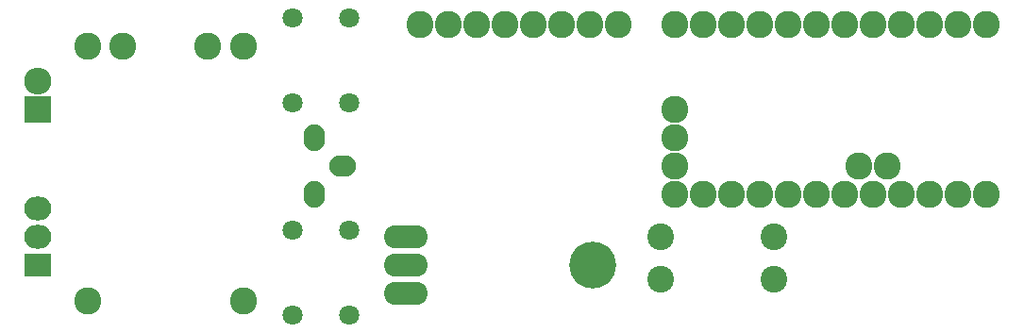
<source format=gbs>
G04 #@! TF.FileFunction,Soldermask,Bot*
%FSLAX46Y46*%
G04 Gerber Fmt 4.6, Leading zero omitted, Abs format (unit mm)*
G04 Created by KiCad (PCBNEW 4.0.2+dfsg1-stable) date Tue 13 Nov 2018 10:28:19 PM EST*
%MOMM*%
G01*
G04 APERTURE LIST*
%ADD10C,0.100000*%
%ADD11C,2.432000*%
%ADD12O,2.398980X1.901140*%
%ADD13O,1.901140X2.398980*%
%ADD14O,3.900120X2.099260*%
%ADD15C,4.199840*%
%ADD16C,2.398980*%
%ADD17C,1.797000*%
%ADD18R,2.432000X2.432000*%
%ADD19O,2.432000X2.432000*%
%ADD20R,2.432000X2.127200*%
%ADD21O,2.432000X2.127200*%
G04 APERTURE END LIST*
D10*
D11*
X109220000Y-108585000D03*
X116840000Y-108585000D03*
X106045000Y-108585000D03*
X120015000Y-108585000D03*
X120015000Y-131445000D03*
X106045000Y-131445000D03*
X186690000Y-106680000D03*
X184150000Y-106680000D03*
X181610000Y-106680000D03*
X179070000Y-106680000D03*
X176530000Y-106680000D03*
X173990000Y-106680000D03*
X171450000Y-106680000D03*
X168910000Y-106680000D03*
X166370000Y-106680000D03*
X163830000Y-106680000D03*
X161290000Y-106680000D03*
X158750000Y-106680000D03*
X186690000Y-121920000D03*
X184150000Y-121920000D03*
X181610000Y-121920000D03*
X179070000Y-121920000D03*
X176530000Y-121920000D03*
X173990000Y-121920000D03*
X171450000Y-121920000D03*
X168910000Y-121920000D03*
X166370000Y-121920000D03*
X163830000Y-121920000D03*
X161290000Y-121920000D03*
X158750000Y-121920000D03*
X177800000Y-119380000D03*
X175260000Y-119380000D03*
X158750000Y-119380000D03*
X158750000Y-116840000D03*
X158750000Y-114300000D03*
D12*
X128905000Y-119380000D03*
D13*
X126365000Y-116840000D03*
X126365000Y-121920000D03*
D14*
X134620000Y-128270000D03*
X134620000Y-125730000D03*
X134620000Y-130810000D03*
D15*
X151384000Y-128270000D03*
D16*
X157480000Y-125730000D03*
X167640000Y-125730000D03*
X157480000Y-129540000D03*
X167640000Y-129540000D03*
D17*
X124460000Y-113665000D03*
X129540000Y-113665000D03*
X124460000Y-106045000D03*
X129540000Y-106045000D03*
X124460000Y-132715000D03*
X129540000Y-132715000D03*
X124460000Y-125095000D03*
X129540000Y-125095000D03*
D11*
X153670000Y-106680000D03*
X151130000Y-106680000D03*
X148590000Y-106680000D03*
X146050000Y-106680000D03*
X143510000Y-106680000D03*
X140970000Y-106680000D03*
X138430000Y-106680000D03*
X135890000Y-106680000D03*
D18*
X101600000Y-114300000D03*
D19*
X101600000Y-111760000D03*
D20*
X101600000Y-128270000D03*
D21*
X101600000Y-125730000D03*
X101600000Y-123190000D03*
M02*

</source>
